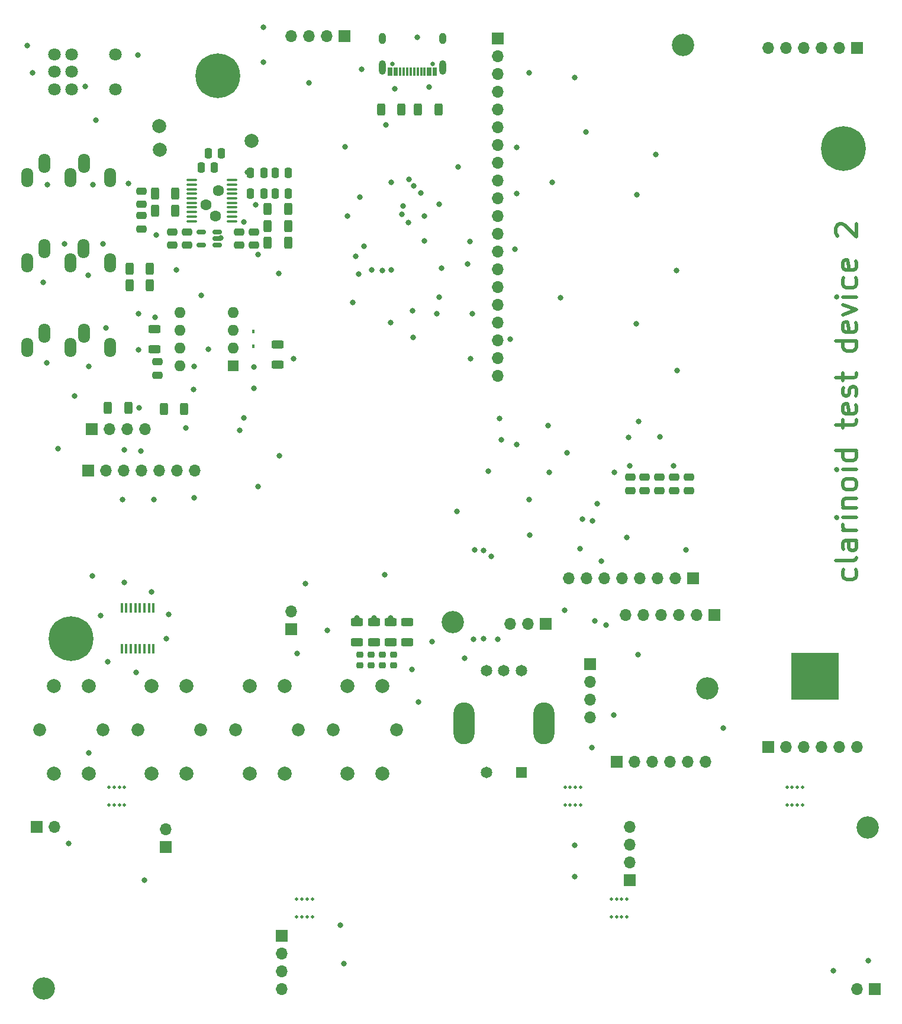
<source format=gbr>
%TF.GenerationSoftware,KiCad,Pcbnew,(6.0.5)*%
%TF.CreationDate,2022-08-13T10:07:46+02:00*%
%TF.ProjectId,clarinoid-devboard,636c6172-696e-46f6-9964-2d646576626f,rev?*%
%TF.SameCoordinates,Original*%
%TF.FileFunction,Soldermask,Top*%
%TF.FilePolarity,Negative*%
%FSLAX46Y46*%
G04 Gerber Fmt 4.6, Leading zero omitted, Abs format (unit mm)*
G04 Created by KiCad (PCBNEW (6.0.5)) date 2022-08-13 10:07:46*
%MOMM*%
%LPD*%
G01*
G04 APERTURE LIST*
G04 Aperture macros list*
%AMRoundRect*
0 Rectangle with rounded corners*
0 $1 Rounding radius*
0 $2 $3 $4 $5 $6 $7 $8 $9 X,Y pos of 4 corners*
0 Add a 4 corners polygon primitive as box body*
4,1,4,$2,$3,$4,$5,$6,$7,$8,$9,$2,$3,0*
0 Add four circle primitives for the rounded corners*
1,1,$1+$1,$2,$3*
1,1,$1+$1,$4,$5*
1,1,$1+$1,$6,$7*
1,1,$1+$1,$8,$9*
0 Add four rect primitives between the rounded corners*
20,1,$1+$1,$2,$3,$4,$5,0*
20,1,$1+$1,$4,$5,$6,$7,0*
20,1,$1+$1,$6,$7,$8,$9,0*
20,1,$1+$1,$8,$9,$2,$3,0*%
G04 Aperture macros list end*
%ADD10C,0.775000*%
%ADD11C,0.500000*%
%ADD12RoundRect,0.218750X-0.256250X0.218750X-0.256250X-0.218750X0.256250X-0.218750X0.256250X0.218750X0*%
%ADD13RoundRect,0.250000X-0.475000X0.250000X-0.475000X-0.250000X0.475000X-0.250000X0.475000X0.250000X0*%
%ADD14R,1.700000X1.700000*%
%ADD15O,1.700000X1.700000*%
%ADD16RoundRect,0.250000X0.475000X-0.250000X0.475000X0.250000X-0.475000X0.250000X-0.475000X-0.250000X0*%
%ADD17RoundRect,0.250000X0.625000X-0.312500X0.625000X0.312500X-0.625000X0.312500X-0.625000X-0.312500X0*%
%ADD18RoundRect,0.250000X-0.312500X-0.625000X0.312500X-0.625000X0.312500X0.625000X-0.312500X0.625000X0*%
%ADD19C,3.200000*%
%ADD20RoundRect,0.250000X0.250000X0.475000X-0.250000X0.475000X-0.250000X-0.475000X0.250000X-0.475000X0*%
%ADD21R,0.450000X1.475000*%
%ADD22C,1.850000*%
%ADD23C,2.000000*%
%ADD24C,0.500000*%
%ADD25O,1.700000X2.800000*%
%ADD26C,0.800000*%
%ADD27C,6.400000*%
%ADD28R,6.400000X6.400000*%
%ADD29C,0.650000*%
%ADD30R,0.300000X1.150000*%
%ADD31O,1.000000X1.600000*%
%ADD32O,1.000000X2.100000*%
%ADD33RoundRect,0.250000X0.312500X0.625000X-0.312500X0.625000X-0.312500X-0.625000X0.312500X-0.625000X0*%
%ADD34RoundRect,0.250000X-0.250000X-0.475000X0.250000X-0.475000X0.250000X0.475000X-0.250000X0.475000X0*%
%ADD35R,1.600000X1.600000*%
%ADD36O,1.600000X1.600000*%
%ADD37C,1.800000*%
%ADD38RoundRect,0.100000X-0.637500X-0.100000X0.637500X-0.100000X0.637500X0.100000X-0.637500X0.100000X0*%
%ADD39R,0.450000X0.600000*%
%ADD40R,1.650000X1.650000*%
%ADD41C,1.650000*%
%ADD42O,3.000000X6.000000*%
%ADD43RoundRect,0.150000X0.512500X0.150000X-0.512500X0.150000X-0.512500X-0.150000X0.512500X-0.150000X0*%
%ADD44C,1.600000*%
G04 APERTURE END LIST*
D10*
X359672056Y-32875729D02*
G75*
G03*
X359672056Y-32875729I-387500J0D01*
G01*
X360072056Y-29275729D02*
G75*
G03*
X360072056Y-29275729I-387500J0D01*
G01*
X358272056Y-31275729D02*
G75*
G03*
X358272056Y-31275729I-387500J0D01*
G01*
D11*
X450843589Y-83440034D02*
X450986446Y-83725748D01*
X450986446Y-84297176D01*
X450843589Y-84582891D01*
X450700732Y-84725748D01*
X450415018Y-84868605D01*
X449557875Y-84868605D01*
X449272161Y-84725748D01*
X449129304Y-84582891D01*
X448986446Y-84297176D01*
X448986446Y-83725748D01*
X449129304Y-83440034D01*
X450986446Y-81725748D02*
X450843589Y-82011462D01*
X450557875Y-82154319D01*
X447986446Y-82154319D01*
X450986446Y-79297176D02*
X449415018Y-79297176D01*
X449129304Y-79440034D01*
X448986446Y-79725748D01*
X448986446Y-80297176D01*
X449129304Y-80582891D01*
X450843589Y-79297176D02*
X450986446Y-79582891D01*
X450986446Y-80297176D01*
X450843589Y-80582891D01*
X450557875Y-80725748D01*
X450272161Y-80725748D01*
X449986446Y-80582891D01*
X449843589Y-80297176D01*
X449843589Y-79582891D01*
X449700732Y-79297176D01*
X450986446Y-77868605D02*
X448986446Y-77868605D01*
X449557875Y-77868605D02*
X449272161Y-77725748D01*
X449129304Y-77582891D01*
X448986446Y-77297176D01*
X448986446Y-77011462D01*
X450986446Y-76011462D02*
X448986446Y-76011462D01*
X447986446Y-76011462D02*
X448129304Y-76154319D01*
X448272161Y-76011462D01*
X448129304Y-75868605D01*
X447986446Y-76011462D01*
X448272161Y-76011462D01*
X448986446Y-74582891D02*
X450986446Y-74582891D01*
X449272161Y-74582891D02*
X449129304Y-74440034D01*
X448986446Y-74154319D01*
X448986446Y-73725748D01*
X449129304Y-73440034D01*
X449415018Y-73297176D01*
X450986446Y-73297176D01*
X450986446Y-71440034D02*
X450843589Y-71725748D01*
X450700732Y-71868605D01*
X450415018Y-72011462D01*
X449557875Y-72011462D01*
X449272161Y-71868605D01*
X449129304Y-71725748D01*
X448986446Y-71440034D01*
X448986446Y-71011462D01*
X449129304Y-70725748D01*
X449272161Y-70582891D01*
X449557875Y-70440034D01*
X450415018Y-70440034D01*
X450700732Y-70582891D01*
X450843589Y-70725748D01*
X450986446Y-71011462D01*
X450986446Y-71440034D01*
X450986446Y-69154319D02*
X448986446Y-69154319D01*
X447986446Y-69154319D02*
X448129304Y-69297176D01*
X448272161Y-69154319D01*
X448129304Y-69011462D01*
X447986446Y-69154319D01*
X448272161Y-69154319D01*
X450986446Y-66440034D02*
X447986446Y-66440034D01*
X450843589Y-66440034D02*
X450986446Y-66725748D01*
X450986446Y-67297176D01*
X450843589Y-67582891D01*
X450700732Y-67725748D01*
X450415018Y-67868605D01*
X449557875Y-67868605D01*
X449272161Y-67725748D01*
X449129304Y-67582891D01*
X448986446Y-67297176D01*
X448986446Y-66725748D01*
X449129304Y-66440034D01*
X448986446Y-63154319D02*
X448986446Y-62011462D01*
X447986446Y-62725748D02*
X450557875Y-62725748D01*
X450843589Y-62582891D01*
X450986446Y-62297176D01*
X450986446Y-62011462D01*
X450843589Y-59868605D02*
X450986446Y-60154319D01*
X450986446Y-60725748D01*
X450843589Y-61011462D01*
X450557875Y-61154319D01*
X449415018Y-61154319D01*
X449129304Y-61011462D01*
X448986446Y-60725748D01*
X448986446Y-60154319D01*
X449129304Y-59868605D01*
X449415018Y-59725748D01*
X449700732Y-59725748D01*
X449986446Y-61154319D01*
X450843589Y-58582891D02*
X450986446Y-58297176D01*
X450986446Y-57725748D01*
X450843589Y-57440034D01*
X450557875Y-57297176D01*
X450415018Y-57297176D01*
X450129304Y-57440034D01*
X449986446Y-57725748D01*
X449986446Y-58154319D01*
X449843589Y-58440034D01*
X449557875Y-58582891D01*
X449415018Y-58582891D01*
X449129304Y-58440034D01*
X448986446Y-58154319D01*
X448986446Y-57725748D01*
X449129304Y-57440034D01*
X448986446Y-56440034D02*
X448986446Y-55297176D01*
X447986446Y-56011462D02*
X450557875Y-56011462D01*
X450843589Y-55868605D01*
X450986446Y-55582891D01*
X450986446Y-55297176D01*
X450986446Y-50725748D02*
X447986446Y-50725748D01*
X450843589Y-50725748D02*
X450986446Y-51011462D01*
X450986446Y-51582891D01*
X450843589Y-51868605D01*
X450700732Y-52011462D01*
X450415018Y-52154319D01*
X449557875Y-52154319D01*
X449272161Y-52011462D01*
X449129304Y-51868605D01*
X448986446Y-51582891D01*
X448986446Y-51011462D01*
X449129304Y-50725748D01*
X450843589Y-48154319D02*
X450986446Y-48440034D01*
X450986446Y-49011462D01*
X450843589Y-49297176D01*
X450557875Y-49440034D01*
X449415018Y-49440034D01*
X449129304Y-49297176D01*
X448986446Y-49011462D01*
X448986446Y-48440034D01*
X449129304Y-48154319D01*
X449415018Y-48011462D01*
X449700732Y-48011462D01*
X449986446Y-49440034D01*
X448986446Y-47011462D02*
X450986446Y-46297176D01*
X448986446Y-45582891D01*
X450986446Y-44440034D02*
X448986446Y-44440034D01*
X447986446Y-44440034D02*
X448129304Y-44582891D01*
X448272161Y-44440034D01*
X448129304Y-44297176D01*
X447986446Y-44440034D01*
X448272161Y-44440034D01*
X450843589Y-41725748D02*
X450986446Y-42011462D01*
X450986446Y-42582891D01*
X450843589Y-42868605D01*
X450700732Y-43011462D01*
X450415018Y-43154319D01*
X449557875Y-43154319D01*
X449272161Y-43011462D01*
X449129304Y-42868605D01*
X448986446Y-42582891D01*
X448986446Y-42011462D01*
X449129304Y-41725748D01*
X450843589Y-39297176D02*
X450986446Y-39582891D01*
X450986446Y-40154319D01*
X450843589Y-40440034D01*
X450557875Y-40582891D01*
X449415018Y-40582891D01*
X449129304Y-40440034D01*
X448986446Y-40154319D01*
X448986446Y-39582891D01*
X449129304Y-39297176D01*
X449415018Y-39154319D01*
X449700732Y-39154319D01*
X449986446Y-40582891D01*
X448272161Y-35725748D02*
X448129304Y-35582891D01*
X447986446Y-35297176D01*
X447986446Y-34582891D01*
X448129304Y-34297176D01*
X448272161Y-34154319D01*
X448557875Y-34011462D01*
X448843589Y-34011462D01*
X449272161Y-34154319D01*
X450986446Y-35868605D01*
X450986446Y-34011462D01*
%TO.C,H1*%
G36*
X441639304Y-95350034D02*
G01*
X448439304Y-95350034D01*
X448439304Y-102050034D01*
X441639304Y-102050034D01*
X441639304Y-95350034D01*
G37*
%TD*%
D12*
%TO.C,D5*%
X384739304Y-95600034D03*
X384739304Y-97175034D03*
%TD*%
D13*
%TO.C,C4*%
X353084556Y-35125729D03*
X353084556Y-37025729D03*
%TD*%
D14*
%TO.C,U38*%
X406539304Y-91250034D03*
D15*
X403999304Y-91250034D03*
X401459304Y-91250034D03*
%TD*%
D16*
%TO.C,C21*%
X422789304Y-72150034D03*
X422789304Y-70250034D03*
%TD*%
D12*
%TO.C,D7*%
X383139304Y-95600034D03*
X383139304Y-97175034D03*
%TD*%
D17*
%TO.C,R35*%
X384339304Y-93850034D03*
X384339304Y-90925034D03*
%TD*%
D18*
%TO.C,R40*%
X343876804Y-60350034D03*
X346801804Y-60350034D03*
%TD*%
D19*
%TO.C,H15*%
X426129304Y-8440034D03*
%TD*%
D16*
%TO.C,C23*%
X426989304Y-72150034D03*
X426989304Y-70250034D03*
%TD*%
D20*
%TO.C,C14*%
X369684556Y-29675729D03*
X367784556Y-29675729D03*
%TD*%
D12*
%TO.C,D9*%
X379939304Y-95600034D03*
X379939304Y-97175034D03*
%TD*%
D16*
%TO.C,C20*%
X420689304Y-72150034D03*
X420689304Y-70250034D03*
%TD*%
D14*
%TO.C,J33*%
X352139304Y-123120034D03*
D15*
X352139304Y-120580034D03*
%TD*%
D21*
%TO.C,IC1*%
X345864304Y-94788034D03*
X346514304Y-94788034D03*
X347164304Y-94788034D03*
X347814304Y-94788034D03*
X348464304Y-94788034D03*
X349114304Y-94788034D03*
X349764304Y-94788034D03*
X350414304Y-94788034D03*
X350414304Y-88912034D03*
X349764304Y-88912034D03*
X349114304Y-88912034D03*
X348464304Y-88912034D03*
X347814304Y-88912034D03*
X347164304Y-88912034D03*
X346514304Y-88912034D03*
X345864304Y-88912034D03*
%TD*%
D17*
%TO.C,R19*%
X368184556Y-54138229D03*
X368184556Y-51213229D03*
%TD*%
D19*
%TO.C,H7*%
X334729304Y-143360034D03*
%TD*%
%TO.C,H14*%
X429629304Y-100440034D03*
%TD*%
D14*
%TO.C,J45*%
X438311804Y-108851034D03*
D15*
X440851804Y-108851034D03*
X443391804Y-108851034D03*
X445931804Y-108851034D03*
X448471804Y-108851034D03*
X451011804Y-108851034D03*
%TD*%
D13*
%TO.C,C12*%
X348684556Y-32825729D03*
X348684556Y-34725729D03*
%TD*%
D22*
%TO.C,SW4*%
X362139304Y-106350034D03*
X371139304Y-106350034D03*
D23*
X369139304Y-100100034D03*
X369139304Y-112600034D03*
X364139304Y-100100034D03*
X364139304Y-112600034D03*
%TD*%
D16*
%TO.C,C27*%
X350984556Y-55625729D03*
X350984556Y-53725729D03*
%TD*%
D14*
%TO.C,J30*%
X418549304Y-127850034D03*
D15*
X418549304Y-125310034D03*
X418549304Y-122770034D03*
X418549304Y-120230034D03*
%TD*%
D24*
%TO.C,U15*%
X411514304Y-114600034D03*
X409264304Y-117100034D03*
X410764304Y-117100034D03*
X410764304Y-114600034D03*
X409264304Y-114600034D03*
X410014304Y-117100034D03*
X410014304Y-114600034D03*
X411514304Y-117100034D03*
%TD*%
D22*
%TO.C,SW3*%
X357139304Y-106350034D03*
X348139304Y-106350034D03*
D23*
X355139304Y-100100034D03*
X355139304Y-112600034D03*
X350139304Y-100100034D03*
X350139304Y-112600034D03*
%TD*%
D18*
%TO.C,R41*%
X351876804Y-60450034D03*
X354801804Y-60450034D03*
%TD*%
D24*
%TO.C,U50*%
X418139342Y-133100068D03*
X417389342Y-133100068D03*
X416639342Y-130600068D03*
X416639342Y-133100068D03*
X415889342Y-133100068D03*
X418139342Y-130600068D03*
X417389342Y-130600068D03*
X415889342Y-130600068D03*
%TD*%
D25*
%TO.C,J10*%
X332384556Y-51675729D03*
X334834556Y-49675729D03*
X338534556Y-51675729D03*
X340434556Y-49675729D03*
X344184556Y-51675729D03*
%TD*%
D14*
%TO.C,J43*%
X399629304Y-7440034D03*
D15*
X399629304Y-9980034D03*
X399629304Y-12520034D03*
X399629304Y-15060034D03*
X399629304Y-17600034D03*
X399629304Y-20140034D03*
X399629304Y-22680034D03*
X399629304Y-25220034D03*
X399629304Y-27760034D03*
X399629304Y-30300034D03*
X399629304Y-32840034D03*
X399629304Y-35380034D03*
X399629304Y-37920034D03*
X399629304Y-40460034D03*
X399629304Y-43000034D03*
X399629304Y-45540034D03*
X399629304Y-48080034D03*
X399629304Y-50620034D03*
X399629304Y-53160034D03*
X399629304Y-55700034D03*
%TD*%
D26*
%TO.C,H2*%
X340336360Y-91652978D03*
X336942248Y-91652978D03*
X338639304Y-95750034D03*
X336239304Y-93350034D03*
X336942248Y-95047090D03*
X341039304Y-93350034D03*
X338639304Y-90950034D03*
X340336360Y-95047090D03*
D27*
X338639304Y-93350034D03*
%TD*%
D18*
%TO.C,R7*%
X382939304Y-17635034D03*
X385864304Y-17635034D03*
%TD*%
D28*
%TO.C,H1*%
X445239304Y-98850034D03*
%TD*%
D20*
%TO.C,C8*%
X360134556Y-23875729D03*
X358234556Y-23875729D03*
%TD*%
D16*
%TO.C,C5*%
X364784556Y-37025729D03*
X364784556Y-35125729D03*
%TD*%
%TO.C,C9*%
X348684556Y-31225729D03*
X348684556Y-29325729D03*
%TD*%
D14*
%TO.C,J44*%
X427569304Y-84700034D03*
D15*
X425029304Y-84700034D03*
X422489304Y-84700034D03*
X419949304Y-84700034D03*
X417409304Y-84700034D03*
X414869304Y-84700034D03*
X412329304Y-84700034D03*
X409789304Y-84700034D03*
%TD*%
D14*
%TO.C,J5*%
X341539304Y-63325034D03*
D15*
X344079304Y-63325034D03*
X346619304Y-63325034D03*
X349159304Y-63325034D03*
%TD*%
D29*
%TO.C,J2*%
X390329304Y-11155034D03*
X384549304Y-11155034D03*
D30*
X390789304Y-12220034D03*
X389989304Y-12220034D03*
X388689304Y-12220034D03*
X387689304Y-12220034D03*
X387189304Y-12220034D03*
X386189304Y-12220034D03*
X384889304Y-12220034D03*
X384089304Y-12220034D03*
X384389304Y-12220034D03*
X385189304Y-12220034D03*
X385689304Y-12220034D03*
X386689304Y-12220034D03*
X388189304Y-12220034D03*
X389189304Y-12220034D03*
X389689304Y-12220034D03*
X390489304Y-12220034D03*
D31*
X391759304Y-7475034D03*
X383119304Y-7475034D03*
D32*
X391759304Y-11655034D03*
X383119304Y-11655034D03*
%TD*%
D12*
%TO.C,D8*%
X381539304Y-95600034D03*
X381539304Y-97175034D03*
%TD*%
D33*
%TO.C,R6*%
X353547056Y-32075729D03*
X350622056Y-32075729D03*
%TD*%
D22*
%TO.C,SW2*%
X334139304Y-106350034D03*
X343139304Y-106350034D03*
D23*
X341139304Y-100100034D03*
X341139304Y-112600034D03*
X336139304Y-100100034D03*
X336139304Y-112600034D03*
%TD*%
%TO.C,TP3*%
X351193556Y-20015729D03*
%TD*%
D14*
%TO.C,J52*%
X430629304Y-89940034D03*
D15*
X428089304Y-89940034D03*
X425549304Y-89940034D03*
X423009304Y-89940034D03*
X420469304Y-89940034D03*
X417929304Y-89940034D03*
%TD*%
D23*
%TO.C,TP6*%
X364433556Y-22123229D03*
%TD*%
D34*
%TO.C,C11*%
X364284556Y-29675729D03*
X366184556Y-29675729D03*
%TD*%
D17*
%TO.C,R34*%
X386739304Y-93850034D03*
X386739304Y-90925034D03*
%TD*%
D16*
%TO.C,C6*%
X362684556Y-37025729D03*
X362684556Y-35125729D03*
%TD*%
D19*
%TO.C,H8*%
X452549304Y-120340034D03*
%TD*%
D35*
%TO.C,U8*%
X361784556Y-54275729D03*
D36*
X361784556Y-51735729D03*
X361784556Y-49195729D03*
X361784556Y-46655729D03*
X354164556Y-46655729D03*
X354164556Y-49195729D03*
X354164556Y-51735729D03*
X354164556Y-54275729D03*
%TD*%
D37*
%TO.C,R13*%
X336199640Y-9751424D03*
X336199640Y-12251424D03*
X336199640Y-14751424D03*
X338699640Y-9751424D03*
X338699640Y-12251424D03*
X338699640Y-14751424D03*
X344949640Y-9751424D03*
X344949640Y-14751424D03*
%TD*%
D16*
%TO.C,C17*%
X418589304Y-72150034D03*
X418589304Y-70250034D03*
%TD*%
D24*
%TO.C,U10*%
X344014304Y-117100034D03*
X344764304Y-114600034D03*
X346264304Y-114600034D03*
X344764304Y-117100034D03*
X345514304Y-117100034D03*
X344014304Y-114600034D03*
X346264304Y-117100034D03*
X345514304Y-114600034D03*
%TD*%
D18*
%TO.C,R21*%
X346984556Y-42775729D03*
X349909556Y-42775729D03*
%TD*%
D26*
%TO.C,H5*%
X447414748Y-21553978D03*
D27*
X449111804Y-23251034D03*
D26*
X447414748Y-24948090D03*
X451511804Y-23251034D03*
X446711804Y-23251034D03*
X450808860Y-21553978D03*
X449111804Y-25651034D03*
X450808860Y-24948090D03*
X449111804Y-20851034D03*
%TD*%
D17*
%TO.C,R37*%
X379539304Y-93850034D03*
X379539304Y-90925034D03*
%TD*%
%TO.C,R22*%
X350584556Y-51938229D03*
X350584556Y-49013229D03*
%TD*%
D33*
%TO.C,R8*%
X391164304Y-17635034D03*
X388239304Y-17635034D03*
%TD*%
D23*
%TO.C,TP8*%
X351284556Y-23375729D03*
%TD*%
D14*
%TO.C,J31*%
X377739304Y-7150034D03*
D15*
X375199304Y-7150034D03*
X372659304Y-7150034D03*
X370119304Y-7150034D03*
%TD*%
D33*
%TO.C,R3*%
X369647056Y-36675729D03*
X366722056Y-36675729D03*
%TD*%
D34*
%TO.C,C13*%
X367784556Y-26668229D03*
X369684556Y-26668229D03*
%TD*%
D25*
%TO.C,J1*%
X332384556Y-27375729D03*
X334834556Y-25375729D03*
X338534556Y-27375729D03*
X340434556Y-25375729D03*
X344184556Y-27375729D03*
%TD*%
D33*
%TO.C,R1*%
X369647056Y-31875729D03*
X366722056Y-31875729D03*
%TD*%
D14*
%TO.C,J37*%
X453549304Y-143470034D03*
D15*
X451009304Y-143470034D03*
%TD*%
D13*
%TO.C,C3*%
X355184556Y-35125729D03*
X355184556Y-37025729D03*
%TD*%
D38*
%TO.C,U1*%
X355922056Y-27750729D03*
X355922056Y-28400729D03*
X355922056Y-29050729D03*
X355922056Y-29700729D03*
X355922056Y-30350729D03*
X355922056Y-31000729D03*
X355922056Y-31650729D03*
X355922056Y-32300729D03*
X355922056Y-32950729D03*
X355922056Y-33600729D03*
X361647056Y-33600729D03*
X361647056Y-32950729D03*
X361647056Y-32300729D03*
X361647056Y-31650729D03*
X361647056Y-31000729D03*
X361647056Y-30350729D03*
X361647056Y-29700729D03*
X361647056Y-29050729D03*
X361647056Y-28400729D03*
X361647056Y-27750729D03*
%TD*%
D14*
%TO.C,J12*%
X341039304Y-69325034D03*
D15*
X343579304Y-69325034D03*
X346119304Y-69325034D03*
X348659304Y-69325034D03*
X351199304Y-69325034D03*
X353739304Y-69325034D03*
X356279304Y-69325034D03*
%TD*%
D14*
%TO.C,J36*%
X368729304Y-135850034D03*
D15*
X368729304Y-138390034D03*
X368729304Y-140930034D03*
X368729304Y-143470034D03*
%TD*%
D14*
%TO.C,J32*%
X370119304Y-91970034D03*
D15*
X370119304Y-89430034D03*
%TD*%
D22*
%TO.C,SW5*%
X376139304Y-106350034D03*
X385139304Y-106350034D03*
D23*
X383139304Y-100100034D03*
X383139304Y-112600034D03*
X378139304Y-100100034D03*
X378139304Y-112600034D03*
%TD*%
D14*
%TO.C,J8*%
X412849304Y-96970034D03*
D15*
X412849304Y-99510034D03*
X412849304Y-102050034D03*
X412849304Y-104590034D03*
%TD*%
D20*
%TO.C,C10*%
X366184556Y-26668229D03*
X364284556Y-26668229D03*
%TD*%
D17*
%TO.C,R36*%
X381939304Y-93850034D03*
X381939304Y-90925034D03*
%TD*%
D19*
%TO.C,H13*%
X393249304Y-90970034D03*
%TD*%
D25*
%TO.C,J11*%
X332370343Y-39525729D03*
X334820343Y-37525729D03*
X338520343Y-39525729D03*
X340420343Y-37525729D03*
X344170343Y-39525729D03*
%TD*%
D14*
%TO.C,J6*%
X451011804Y-8851034D03*
D15*
X448471804Y-8851034D03*
X445931804Y-8851034D03*
X443391804Y-8851034D03*
X440851804Y-8851034D03*
X438311804Y-8851034D03*
%TD*%
D39*
%TO.C,D6*%
X364684556Y-51525729D03*
X364684556Y-49425729D03*
%TD*%
D33*
%TO.C,R5*%
X353547056Y-29675729D03*
X350622056Y-29675729D03*
%TD*%
D26*
%TO.C,H3*%
X357942248Y-11152978D03*
X361336360Y-14547090D03*
X359639304Y-10450034D03*
X362039304Y-12850034D03*
X357239304Y-12850034D03*
X359639304Y-15250034D03*
D27*
X359639304Y-12850034D03*
D26*
X361336360Y-11152978D03*
X357942248Y-14547090D03*
%TD*%
D14*
%TO.C,J53*%
X416659304Y-110940034D03*
D15*
X419199304Y-110940034D03*
X421739304Y-110940034D03*
X424279304Y-110940034D03*
X426819304Y-110940034D03*
X429359304Y-110940034D03*
%TD*%
D16*
%TO.C,C22*%
X424889304Y-72150034D03*
X424889304Y-70250034D03*
%TD*%
D33*
%TO.C,R2*%
X369647056Y-34275729D03*
X366722056Y-34275729D03*
%TD*%
D24*
%TO.C,U48*%
X370889342Y-133100034D03*
X373139342Y-133100034D03*
X373139342Y-130600034D03*
X371639342Y-130600034D03*
X370889342Y-130600034D03*
X371639342Y-133100034D03*
X372389342Y-133100034D03*
X372389342Y-130600034D03*
%TD*%
D18*
%TO.C,R20*%
X346984556Y-40375729D03*
X349909556Y-40375729D03*
%TD*%
D14*
%TO.C,J35*%
X333729304Y-120230034D03*
D15*
X336269304Y-120230034D03*
%TD*%
D24*
%TO.C,U9*%
X441764304Y-114600034D03*
X442514304Y-117100034D03*
X442514304Y-114600034D03*
X441014304Y-114600034D03*
X443264304Y-117100034D03*
X441014304Y-117100034D03*
X443264304Y-114600034D03*
X441764304Y-117100034D03*
%TD*%
D40*
%TO.C,SW7*%
X403029304Y-112440034D03*
D41*
X398029304Y-112440034D03*
X403029304Y-97940034D03*
X398029304Y-97940034D03*
X400529304Y-97940034D03*
D42*
X406229304Y-105440034D03*
X394829304Y-105440034D03*
%TD*%
D34*
%TO.C,C7*%
X357234556Y-25975729D03*
X359134556Y-25975729D03*
%TD*%
D43*
%TO.C,U7*%
X359522056Y-37025729D03*
X359522056Y-36075729D03*
X359522056Y-35125729D03*
X357247056Y-35125729D03*
X357247056Y-37025729D03*
%TD*%
D26*
X333139304Y-12350034D03*
X335239304Y-28350034D03*
X346783556Y-28248229D03*
D44*
X357884556Y-31275729D03*
D26*
X340639304Y-14350034D03*
X342184556Y-19175729D03*
X350783556Y-35548229D03*
X332384556Y-8475729D03*
X341739304Y-28350034D03*
X384939304Y-14650034D03*
X389839304Y-14450034D03*
X424839304Y-68650034D03*
X422839304Y-64450034D03*
X384339304Y-48150034D03*
X385939304Y-32650034D03*
X348239304Y-46850034D03*
X348239304Y-52050034D03*
X365339304Y-38350034D03*
X348339304Y-60350034D03*
X386939304Y-27650034D03*
X338239304Y-122650034D03*
X349139304Y-127850034D03*
X410639304Y-127350034D03*
X410639304Y-122850034D03*
X377639304Y-139850034D03*
X452639304Y-139350034D03*
X447639304Y-140850034D03*
X377139304Y-134350034D03*
X394939304Y-96150034D03*
X407439304Y-28050034D03*
X350639304Y-53650034D03*
X410639304Y-13050034D03*
X391239304Y-44450034D03*
X341139304Y-54350034D03*
X363339304Y-61750034D03*
X347939304Y-98150034D03*
X348139304Y-9850034D03*
X364739304Y-54450034D03*
X431939304Y-106150034D03*
X343839304Y-96650034D03*
X370939304Y-95450034D03*
X389139304Y-32850034D03*
X401439304Y-50450034D03*
X336739304Y-66150034D03*
X387539304Y-50250034D03*
X379539304Y-90350034D03*
X395639304Y-36550034D03*
X352539304Y-89850034D03*
X346239304Y-66350034D03*
X339139304Y-58650034D03*
X368339304Y-41050034D03*
X360039304Y-36050034D03*
X391639304Y-40350034D03*
X362739304Y-63550034D03*
X425339304Y-54950034D03*
X370439304Y-53250034D03*
X357239304Y-44250034D03*
X350439304Y-73450034D03*
X379939304Y-30150034D03*
X343639304Y-48850034D03*
X414439304Y-82250034D03*
X408639304Y-44550034D03*
X335139304Y-53850034D03*
X425239304Y-40650034D03*
X346239304Y-85250034D03*
X393839304Y-75150034D03*
X341639304Y-84350034D03*
X343139304Y-36850034D03*
X409239304Y-89250034D03*
D44*
X359684556Y-29275729D03*
D26*
X390239304Y-93750034D03*
X384339304Y-90350034D03*
X383439304Y-84150034D03*
X355039304Y-63150034D03*
X381939304Y-90350034D03*
X380483926Y-37205412D03*
X387339304Y-97750034D03*
X404139304Y-73450034D03*
X365039304Y-31250034D03*
X378139304Y-32850034D03*
X418339304Y-64550034D03*
X366139304Y-5850034D03*
X358239304Y-51950034D03*
X342839304Y-90050034D03*
X411439304Y-80450034D03*
X404239304Y-78550034D03*
X402339304Y-29650034D03*
X350639304Y-47350034D03*
X377839304Y-22950034D03*
X334639304Y-42350034D03*
X337639304Y-36850034D03*
X412239304Y-20850034D03*
X341039304Y-41350034D03*
X398339304Y-69350034D03*
X393939304Y-25850034D03*
X422239304Y-24050034D03*
X409539304Y-66750034D03*
X391239304Y-31150034D03*
X341139304Y-109650034D03*
X379739304Y-41150034D03*
X356139304Y-57650034D03*
X395339304Y-39750034D03*
X416239304Y-104250034D03*
X372139304Y-85450034D03*
X352239304Y-93350034D03*
X395739304Y-53250034D03*
X364739304Y-57550034D03*
X416339304Y-69550034D03*
X389139304Y-36450034D03*
X404139304Y-12350034D03*
X363839304Y-26650034D03*
X399939304Y-61850034D03*
X375239304Y-92150034D03*
X413839304Y-74050034D03*
X366139304Y-10850034D03*
X419739304Y-95650034D03*
X419539304Y-29850034D03*
X419439304Y-48250034D03*
X388339304Y-102350034D03*
X363339304Y-33750034D03*
X418139304Y-78850034D03*
X390939304Y-46850034D03*
X419839304Y-62250034D03*
X379339304Y-38650034D03*
X402139304Y-37650034D03*
X378939304Y-45250034D03*
X402339304Y-23050034D03*
D44*
X359284556Y-32875729D03*
D26*
X413139304Y-108950034D03*
X356239304Y-73150034D03*
X345939304Y-73450034D03*
X356239304Y-54350034D03*
X406839304Y-62850034D03*
X353639304Y-40550034D03*
X396039304Y-46850034D03*
X426539304Y-80650034D03*
X384439304Y-28050034D03*
X365339304Y-71550034D03*
X368439304Y-67150034D03*
X350139304Y-86650034D03*
X407039304Y-69550034D03*
X402369821Y-65549534D03*
X386839304Y-33850034D03*
X387439304Y-46450034D03*
X400139304Y-64850034D03*
X418539304Y-68650034D03*
X372639304Y-13850034D03*
X388139304Y-7350034D03*
X383639304Y-19850034D03*
X380139304Y-11850034D03*
X387607980Y-28588594D03*
X381639304Y-40550034D03*
X413239304Y-76450034D03*
X386104986Y-31415716D03*
X384439304Y-40550034D03*
X415139304Y-91350034D03*
X413539304Y-90750034D03*
X383139304Y-40650034D03*
X411747378Y-76247352D03*
X388633926Y-29544656D03*
X348639304Y-66450034D03*
X398739304Y-81550034D03*
X399639304Y-93450034D03*
X397639304Y-93350034D03*
X397639304Y-80750034D03*
X396339304Y-80650034D03*
X396139304Y-93450034D03*
M02*

</source>
